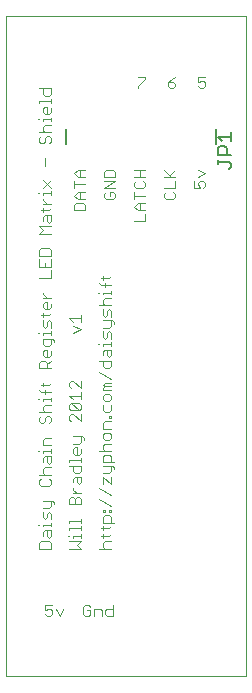
<source format=gto>
G75*
G70*
%OFA0B0*%
%FSLAX24Y24*%
%IPPOS*%
%LPD*%
%AMOC8*
5,1,8,0,0,1.08239X$1,22.5*
%
%ADD10C,0.0000*%
%ADD11C,0.0030*%
%ADD12C,0.0080*%
%ADD13C,0.0050*%
D10*
X000101Y000101D02*
X000101Y022101D01*
X008101Y022101D01*
X008101Y000101D01*
X000101Y000101D01*
D11*
X001459Y002116D02*
X001398Y002177D01*
X001459Y002116D02*
X001583Y002116D01*
X001645Y002177D01*
X001645Y002301D01*
X001583Y002363D01*
X001521Y002363D01*
X001398Y002301D01*
X001398Y002486D01*
X001645Y002486D01*
X001766Y002363D02*
X001890Y002116D01*
X002013Y002363D01*
X002670Y002424D02*
X002670Y002177D01*
X002731Y002116D01*
X002855Y002116D01*
X002917Y002177D01*
X002917Y002301D01*
X002793Y002301D01*
X002670Y002424D02*
X002731Y002486D01*
X002855Y002486D01*
X002917Y002424D01*
X003038Y002363D02*
X003038Y002116D01*
X003038Y002363D02*
X003223Y002363D01*
X003285Y002301D01*
X003285Y002116D01*
X003406Y002177D02*
X003406Y002301D01*
X003468Y002363D01*
X003653Y002363D01*
X003653Y002486D02*
X003653Y002116D01*
X003468Y002116D01*
X003406Y002177D01*
X003401Y004366D02*
X003339Y004427D01*
X003339Y004551D01*
X003401Y004613D01*
X003586Y004613D01*
X003524Y004796D02*
X003586Y004858D01*
X003524Y004796D02*
X003277Y004796D01*
X003339Y004734D02*
X003339Y004858D01*
X003339Y004980D02*
X003339Y005103D01*
X003277Y005041D02*
X003524Y005041D01*
X003586Y005103D01*
X003586Y005225D02*
X003586Y005410D01*
X003524Y005472D01*
X003401Y005472D01*
X003339Y005410D01*
X003339Y005225D01*
X003709Y005225D01*
X003586Y005593D02*
X003524Y005593D01*
X003524Y005655D01*
X003586Y005655D01*
X003586Y005593D01*
X003586Y005778D02*
X003215Y006024D01*
X003215Y006393D02*
X003586Y006146D01*
X003586Y006514D02*
X003586Y006761D01*
X003524Y006882D02*
X003586Y006944D01*
X003586Y007129D01*
X003647Y007129D02*
X003709Y007068D01*
X003709Y007006D01*
X003647Y007129D02*
X003339Y007129D01*
X003339Y007251D02*
X003339Y007436D01*
X003401Y007498D01*
X003524Y007498D01*
X003586Y007436D01*
X003586Y007251D01*
X003524Y006882D02*
X003339Y006882D01*
X003339Y006761D02*
X003586Y006514D01*
X003339Y006514D02*
X003339Y006761D01*
X003339Y007251D02*
X003709Y007251D01*
X003586Y007619D02*
X003215Y007619D01*
X003339Y007681D02*
X003339Y007804D01*
X003401Y007866D01*
X003586Y007866D01*
X003524Y007987D02*
X003586Y008049D01*
X003586Y008173D01*
X003524Y008234D01*
X003401Y008234D01*
X003339Y008173D01*
X003339Y008049D01*
X003401Y007987D01*
X003524Y007987D01*
X003339Y007681D02*
X003401Y007619D01*
X003339Y008356D02*
X003339Y008541D01*
X003401Y008603D01*
X003586Y008603D01*
X003586Y008724D02*
X003524Y008724D01*
X003524Y008786D01*
X003586Y008786D01*
X003586Y008724D01*
X003524Y008908D02*
X003586Y008970D01*
X003586Y009155D01*
X003524Y009276D02*
X003586Y009338D01*
X003586Y009462D01*
X003524Y009523D01*
X003401Y009523D01*
X003339Y009462D01*
X003339Y009338D01*
X003401Y009276D01*
X003524Y009276D01*
X003339Y008970D02*
X003401Y008908D01*
X003524Y008908D01*
X003339Y008970D02*
X003339Y009155D01*
X003339Y009645D02*
X003339Y009706D01*
X003401Y009768D01*
X003339Y009830D01*
X003401Y009892D01*
X003586Y009892D01*
X003586Y010013D02*
X003215Y010260D01*
X003339Y010443D02*
X003339Y010628D01*
X003215Y010628D02*
X003586Y010628D01*
X003586Y010443D01*
X003524Y010381D01*
X003401Y010381D01*
X003339Y010443D01*
X003339Y010811D02*
X003339Y010935D01*
X003401Y010997D01*
X003586Y010997D01*
X003586Y010811D01*
X003524Y010750D01*
X003462Y010811D01*
X003462Y010997D01*
X003586Y011118D02*
X003586Y011241D01*
X003586Y011180D02*
X003339Y011180D01*
X003339Y011118D01*
X003215Y011180D02*
X003154Y011180D01*
X003339Y011425D02*
X003339Y011610D01*
X003339Y011732D02*
X003524Y011732D01*
X003586Y011794D01*
X003586Y011979D01*
X003647Y011979D02*
X003709Y011917D01*
X003709Y011855D01*
X003647Y011979D02*
X003339Y011979D01*
X003401Y012100D02*
X003339Y012162D01*
X003339Y012347D01*
X003401Y012468D02*
X003339Y012530D01*
X003339Y012654D01*
X003401Y012715D01*
X003586Y012715D01*
X003586Y012837D02*
X003586Y012960D01*
X003586Y012898D02*
X003339Y012898D01*
X003339Y012837D01*
X003215Y012898D02*
X003154Y012898D01*
X003277Y013144D02*
X003215Y013206D01*
X003277Y013144D02*
X003586Y013144D01*
X003524Y013389D02*
X003586Y013451D01*
X003524Y013389D02*
X003277Y013389D01*
X003339Y013328D02*
X003339Y013451D01*
X003401Y013206D02*
X003401Y013082D01*
X003215Y012468D02*
X003586Y012468D01*
X003524Y012347D02*
X003462Y012285D01*
X003462Y012162D01*
X003401Y012100D01*
X003586Y012285D02*
X003524Y012347D01*
X003586Y012285D02*
X003586Y012100D01*
X003524Y011610D02*
X003462Y011549D01*
X003462Y011425D01*
X003401Y011364D01*
X003339Y011425D01*
X003524Y011610D02*
X003586Y011549D01*
X003586Y011364D01*
X003586Y009768D02*
X003401Y009768D01*
X003339Y009645D02*
X003586Y009645D01*
X003586Y008356D02*
X003339Y008356D01*
X002709Y008050D02*
X002709Y007988D01*
X002709Y008050D02*
X002647Y008111D01*
X002339Y008111D01*
X002339Y007865D02*
X002524Y007865D01*
X002586Y007926D01*
X002586Y008111D01*
X002462Y007743D02*
X002401Y007743D01*
X002339Y007681D01*
X002339Y007558D01*
X002401Y007496D01*
X002524Y007496D01*
X002586Y007558D01*
X002586Y007681D01*
X002462Y007743D02*
X002462Y007496D01*
X002586Y007374D02*
X002586Y007251D01*
X002586Y007312D02*
X002215Y007312D01*
X002215Y007251D01*
X002215Y007129D02*
X002586Y007129D01*
X002586Y006944D01*
X002524Y006882D01*
X002401Y006882D01*
X002339Y006944D01*
X002339Y007129D01*
X002401Y006761D02*
X002339Y006699D01*
X002339Y006576D01*
X002339Y006392D02*
X002339Y006331D01*
X002462Y006207D01*
X002462Y006086D02*
X002524Y006086D01*
X002586Y006024D01*
X002586Y005839D01*
X002215Y005839D01*
X002215Y006024D01*
X002277Y006086D01*
X002339Y006086D01*
X002401Y006024D01*
X002401Y005839D01*
X002401Y006024D02*
X002462Y006086D01*
X002339Y006207D02*
X002586Y006207D01*
X002524Y006514D02*
X002462Y006576D01*
X002462Y006761D01*
X002401Y006761D02*
X002586Y006761D01*
X002586Y006576D01*
X002524Y006514D01*
X002586Y005349D02*
X002586Y005225D01*
X002586Y005287D02*
X002215Y005287D01*
X002215Y005225D01*
X002215Y005041D02*
X002586Y005041D01*
X002586Y004980D02*
X002586Y005103D01*
X002586Y004858D02*
X002586Y004734D01*
X002586Y004796D02*
X002339Y004796D01*
X002339Y004734D01*
X002215Y004796D02*
X002154Y004796D01*
X002215Y004613D02*
X002586Y004613D01*
X002462Y004489D01*
X002586Y004366D01*
X002215Y004366D01*
X002215Y004980D02*
X002215Y005041D01*
X001709Y005840D02*
X001709Y005901D01*
X001647Y005963D01*
X001339Y005963D01*
X001339Y005716D02*
X001524Y005716D01*
X001586Y005778D01*
X001586Y005963D01*
X001524Y005595D02*
X001462Y005533D01*
X001462Y005410D01*
X001401Y005348D01*
X001339Y005410D01*
X001339Y005595D01*
X001524Y005595D02*
X001586Y005533D01*
X001586Y005348D01*
X001586Y005226D02*
X001586Y005102D01*
X001586Y005164D02*
X001339Y005164D01*
X001339Y005102D01*
X001401Y004981D02*
X001339Y004919D01*
X001339Y004796D01*
X001462Y004796D02*
X001462Y004981D01*
X001401Y004981D02*
X001586Y004981D01*
X001586Y004796D01*
X001524Y004734D01*
X001462Y004796D01*
X001524Y004613D02*
X001277Y004613D01*
X001215Y004551D01*
X001215Y004366D01*
X001586Y004366D01*
X001586Y004551D01*
X001524Y004613D01*
X001215Y005164D02*
X001154Y005164D01*
X001277Y006453D02*
X001215Y006515D01*
X001215Y006638D01*
X001277Y006700D01*
X001215Y006821D02*
X001586Y006821D01*
X001524Y006700D02*
X001586Y006638D01*
X001586Y006515D01*
X001524Y006453D01*
X001277Y006453D01*
X001401Y006821D02*
X001339Y006883D01*
X001339Y007006D01*
X001401Y007068D01*
X001586Y007068D01*
X001524Y007189D02*
X001462Y007251D01*
X001462Y007436D01*
X001401Y007436D02*
X001586Y007436D01*
X001586Y007251D01*
X001524Y007189D01*
X001339Y007375D02*
X001401Y007436D01*
X001339Y007375D02*
X001339Y007251D01*
X001339Y007558D02*
X001339Y007619D01*
X001586Y007619D01*
X001586Y007558D02*
X001586Y007681D01*
X001586Y007803D02*
X001339Y007803D01*
X001339Y007988D01*
X001401Y008050D01*
X001586Y008050D01*
X001524Y008540D02*
X001586Y008602D01*
X001586Y008725D01*
X001524Y008787D01*
X001462Y008787D01*
X001401Y008725D01*
X001401Y008602D01*
X001339Y008540D01*
X001277Y008540D01*
X001215Y008602D01*
X001215Y008725D01*
X001277Y008787D01*
X001215Y008908D02*
X001586Y008908D01*
X001586Y009155D02*
X001401Y009155D01*
X001339Y009093D01*
X001339Y008970D01*
X001401Y008908D01*
X001339Y009276D02*
X001339Y009338D01*
X001586Y009338D01*
X001586Y009276D02*
X001586Y009400D01*
X001586Y009584D02*
X001277Y009584D01*
X001215Y009645D01*
X001277Y009829D02*
X001524Y009829D01*
X001586Y009891D01*
X001401Y009645D02*
X001401Y009522D01*
X001339Y009768D02*
X001339Y009891D01*
X001462Y010381D02*
X001462Y010566D01*
X001401Y010628D01*
X001277Y010628D01*
X001215Y010566D01*
X001215Y010381D01*
X001586Y010381D01*
X001462Y010505D02*
X001586Y010628D01*
X001524Y010750D02*
X001401Y010750D01*
X001339Y010811D01*
X001339Y010935D01*
X001401Y010996D01*
X001462Y010996D01*
X001462Y010750D01*
X001524Y010750D02*
X001586Y010811D01*
X001586Y010935D01*
X001524Y011118D02*
X001586Y011180D01*
X001586Y011365D01*
X001647Y011365D02*
X001709Y011303D01*
X001709Y011241D01*
X001647Y011365D02*
X001339Y011365D01*
X001339Y011180D01*
X001401Y011118D01*
X001524Y011118D01*
X001586Y011486D02*
X001586Y011610D01*
X001586Y011548D02*
X001339Y011548D01*
X001339Y011486D01*
X001401Y011732D02*
X001339Y011793D01*
X001339Y011979D01*
X001339Y012100D02*
X001339Y012224D01*
X001277Y012162D02*
X001524Y012162D01*
X001586Y012224D01*
X001524Y012346D02*
X001586Y012407D01*
X001586Y012531D01*
X001586Y012714D02*
X001339Y012714D01*
X001339Y012837D02*
X001339Y012899D01*
X001339Y012837D02*
X001462Y012714D01*
X001462Y012592D02*
X001462Y012346D01*
X001401Y012346D02*
X001339Y012407D01*
X001339Y012531D01*
X001401Y012592D01*
X001462Y012592D01*
X001524Y012346D02*
X001401Y012346D01*
X001524Y011979D02*
X001462Y011917D01*
X001462Y011793D01*
X001401Y011732D01*
X001586Y011917D02*
X001524Y011979D01*
X001586Y011917D02*
X001586Y011732D01*
X001215Y011548D02*
X001154Y011548D01*
X001215Y013389D02*
X001586Y013389D01*
X001586Y013636D01*
X001586Y013757D02*
X001586Y014004D01*
X001586Y014126D02*
X001586Y014311D01*
X001524Y014373D01*
X001277Y014373D01*
X001215Y014311D01*
X001215Y014126D01*
X001586Y014126D01*
X001401Y013881D02*
X001401Y013757D01*
X001586Y013757D02*
X001215Y013757D01*
X001215Y014004D01*
X001215Y014862D02*
X001339Y014986D01*
X001215Y015109D01*
X001586Y015109D01*
X001524Y015231D02*
X001586Y015292D01*
X001586Y015477D01*
X001401Y015477D01*
X001339Y015416D01*
X001339Y015292D01*
X001462Y015292D02*
X001462Y015477D01*
X001339Y015599D02*
X001339Y015722D01*
X001277Y015661D02*
X001524Y015661D01*
X001586Y015722D01*
X001586Y015844D02*
X001339Y015844D01*
X001462Y015844D02*
X001339Y015968D01*
X001339Y016030D01*
X001339Y016151D02*
X001339Y016213D01*
X001586Y016213D01*
X001586Y016151D02*
X001586Y016275D01*
X001586Y016397D02*
X001339Y016644D01*
X001339Y016397D02*
X001586Y016644D01*
X001401Y017133D02*
X001401Y017380D01*
X001339Y017870D02*
X001277Y017870D01*
X001215Y017932D01*
X001215Y018055D01*
X001277Y018117D01*
X001215Y018238D02*
X001586Y018238D01*
X001524Y018117D02*
X001586Y018055D01*
X001586Y017932D01*
X001524Y017870D01*
X001401Y017932D02*
X001401Y018055D01*
X001462Y018117D01*
X001524Y018117D01*
X001401Y018238D02*
X001339Y018300D01*
X001339Y018424D01*
X001401Y018485D01*
X001586Y018485D01*
X001586Y018607D02*
X001586Y018730D01*
X001586Y018668D02*
X001339Y018668D01*
X001339Y018607D01*
X001401Y018852D02*
X001339Y018914D01*
X001339Y019037D01*
X001401Y019099D01*
X001462Y019099D01*
X001462Y018852D01*
X001401Y018852D02*
X001524Y018852D01*
X001586Y018914D01*
X001586Y019037D01*
X001586Y019221D02*
X001586Y019344D01*
X001586Y019282D02*
X001215Y019282D01*
X001215Y019221D01*
X001401Y019466D02*
X001339Y019528D01*
X001339Y019713D01*
X001401Y019466D02*
X001524Y019466D01*
X001586Y019528D01*
X001586Y019713D01*
X001215Y019713D01*
X001215Y018668D02*
X001154Y018668D01*
X001401Y017932D02*
X001339Y017870D01*
X001215Y016213D02*
X001154Y016213D01*
X001462Y015292D02*
X001524Y015231D01*
X001586Y014862D02*
X001215Y014862D01*
X002215Y012039D02*
X002586Y012039D01*
X002586Y011916D02*
X002586Y012163D01*
X002339Y011794D02*
X002586Y011671D01*
X002339Y011548D01*
X002339Y011916D02*
X002215Y012039D01*
X002277Y009953D02*
X002215Y009891D01*
X002215Y009768D01*
X002277Y009706D01*
X002277Y009953D02*
X002339Y009953D01*
X002586Y009706D01*
X002586Y009953D01*
X002586Y009585D02*
X002586Y009338D01*
X002586Y009461D02*
X002215Y009461D01*
X002339Y009338D01*
X002277Y009216D02*
X002524Y008969D01*
X002586Y009031D01*
X002586Y009155D01*
X002524Y009216D01*
X002277Y009216D01*
X002215Y009155D01*
X002215Y009031D01*
X002277Y008969D01*
X002524Y008969D01*
X002586Y008848D02*
X002586Y008601D01*
X002339Y008848D01*
X002277Y008848D01*
X002215Y008786D01*
X002215Y008663D01*
X002277Y008601D01*
X001215Y009338D02*
X001154Y009338D01*
X001154Y007619D02*
X001215Y007619D01*
X003215Y004366D02*
X003586Y004366D01*
X003401Y005593D02*
X003339Y005593D01*
X003339Y005655D01*
X003401Y005655D01*
X003401Y005593D01*
X004365Y015274D02*
X004736Y015274D01*
X004736Y015521D01*
X004736Y015643D02*
X004489Y015643D01*
X004365Y015766D01*
X004489Y015889D01*
X004736Y015889D01*
X004736Y016134D02*
X004365Y016134D01*
X004365Y016011D02*
X004365Y016258D01*
X004427Y016379D02*
X004674Y016379D01*
X004736Y016441D01*
X004736Y016564D01*
X004674Y016626D01*
X004736Y016747D02*
X004365Y016747D01*
X004427Y016626D02*
X004365Y016564D01*
X004365Y016441D01*
X004427Y016379D01*
X004551Y016747D02*
X004551Y016994D01*
X004736Y016994D02*
X004365Y016994D01*
X004551Y015889D02*
X004551Y015643D01*
X005365Y016073D02*
X005427Y016011D01*
X005674Y016011D01*
X005736Y016073D01*
X005736Y016196D01*
X005674Y016258D01*
X005736Y016379D02*
X005736Y016626D01*
X005736Y016747D02*
X005365Y016747D01*
X005612Y016747D02*
X005365Y016994D01*
X005551Y016809D02*
X005736Y016994D01*
X005736Y016379D02*
X005365Y016379D01*
X005427Y016258D02*
X005365Y016196D01*
X005365Y016073D01*
X006365Y016379D02*
X006551Y016379D01*
X006489Y016503D01*
X006489Y016564D01*
X006551Y016626D01*
X006674Y016626D01*
X006736Y016564D01*
X006736Y016441D01*
X006674Y016379D01*
X006489Y016747D02*
X006736Y016871D01*
X006489Y016994D01*
X006365Y016626D02*
X006365Y016379D01*
X006559Y019716D02*
X006497Y019777D01*
X006559Y019716D02*
X006683Y019716D01*
X006744Y019777D01*
X006744Y019901D01*
X006683Y019963D01*
X006621Y019963D01*
X006497Y019901D01*
X006497Y020086D01*
X006744Y020086D01*
X005744Y020086D02*
X005621Y020024D01*
X005497Y019901D01*
X005683Y019901D01*
X005744Y019839D01*
X005744Y019777D01*
X005683Y019716D01*
X005559Y019716D01*
X005497Y019777D01*
X005497Y019901D01*
X004744Y020024D02*
X004497Y019777D01*
X004497Y019716D01*
X004497Y020086D02*
X004744Y020086D01*
X004744Y020024D01*
X003674Y016994D02*
X003427Y016994D01*
X003365Y016933D01*
X003365Y016747D01*
X003736Y016747D01*
X003736Y016933D01*
X003674Y016994D01*
X003736Y016626D02*
X003365Y016626D01*
X003365Y016379D02*
X003736Y016626D01*
X003736Y016379D02*
X003365Y016379D01*
X003427Y016258D02*
X003365Y016196D01*
X003365Y016073D01*
X003427Y016011D01*
X003674Y016011D01*
X003736Y016073D01*
X003736Y016196D01*
X003674Y016258D01*
X003551Y016258D01*
X003551Y016134D01*
X002736Y016011D02*
X002489Y016011D01*
X002365Y016134D01*
X002489Y016258D01*
X002736Y016258D01*
X002736Y016503D02*
X002365Y016503D01*
X002365Y016626D02*
X002365Y016379D01*
X002489Y016747D02*
X002365Y016871D01*
X002489Y016994D01*
X002736Y016994D01*
X002736Y016747D02*
X002489Y016747D01*
X002551Y016747D02*
X002551Y016994D01*
X002551Y016258D02*
X002551Y016011D01*
X002674Y015889D02*
X002427Y015889D01*
X002365Y015828D01*
X002365Y015643D01*
X002736Y015643D01*
X002736Y015828D01*
X002674Y015889D01*
D12*
X002101Y017851D02*
X002101Y018351D01*
X007101Y018351D02*
X007101Y017851D01*
D13*
X007230Y017785D02*
X007155Y017710D01*
X007155Y017485D01*
X007606Y017485D01*
X007531Y017250D02*
X007155Y017250D01*
X007155Y017175D02*
X007155Y017325D01*
X007230Y017785D02*
X007381Y017785D01*
X007456Y017710D01*
X007456Y017485D01*
X007531Y017250D02*
X007606Y017175D01*
X007606Y017100D01*
X007531Y017025D01*
X007606Y017945D02*
X007606Y018246D01*
X007606Y018095D02*
X007155Y018095D01*
X007306Y017945D01*
M02*

</source>
